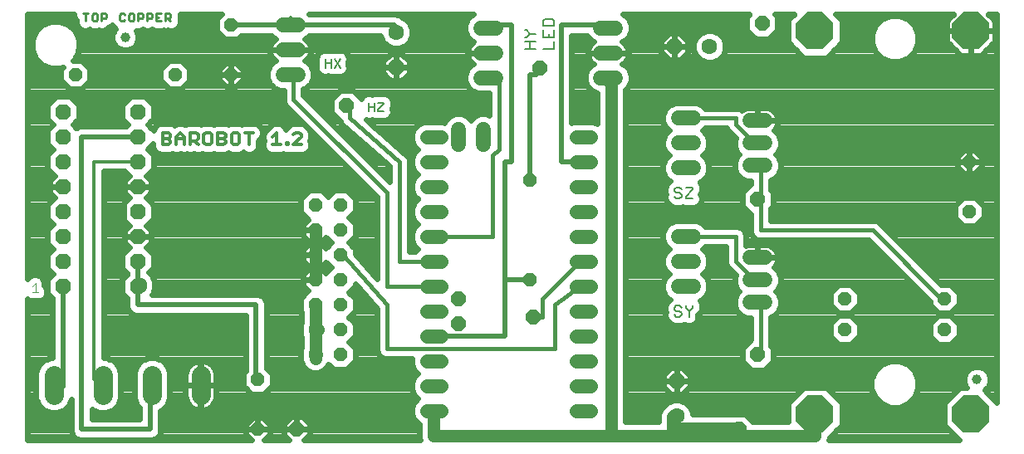
<source format=gtl>
G75*
G70*
%OFA0B0*%
%FSLAX24Y24*%
%IPPOS*%
%LPD*%
%AMOC8*
5,1,8,0,0,1.08239X$1,22.5*
%
%ADD10C,0.0050*%
%ADD11C,0.0060*%
%ADD12C,0.0100*%
%ADD13C,0.0120*%
%ADD14C,0.0030*%
%ADD15OC8,0.0560*%
%ADD16OC8,0.1500*%
%ADD17C,0.0600*%
%ADD18C,0.0394*%
%ADD19C,0.0780*%
%ADD20C,0.0560*%
%ADD21OC8,0.0630*%
%ADD22C,0.0630*%
%ADD23OC8,0.0600*%
%ADD24OC8,0.0520*%
%ADD25C,0.0200*%
%ADD26C,0.0240*%
%ADD27C,0.0500*%
%ADD28C,0.0150*%
D10*
X014247Y014442D02*
X014247Y014792D01*
X014247Y014617D02*
X014480Y014617D01*
X014480Y014792D02*
X014480Y014442D01*
X014615Y014442D02*
X014849Y014442D01*
X014615Y014442D02*
X014615Y014501D01*
X014849Y014734D01*
X014849Y014792D01*
X014615Y014792D01*
X013099Y016192D02*
X012865Y016542D01*
X012730Y016542D02*
X012730Y016192D01*
X012865Y016192D02*
X013099Y016542D01*
X012730Y016367D02*
X012497Y016367D01*
X012497Y016192D02*
X012497Y016542D01*
D11*
X020501Y016947D02*
X020942Y016947D01*
X020722Y016947D02*
X020722Y017241D01*
X020942Y017241D02*
X020501Y017241D01*
X020501Y017408D02*
X020575Y017408D01*
X020722Y017554D01*
X020942Y017554D01*
X020722Y017554D02*
X020575Y017701D01*
X020501Y017701D01*
X021251Y017701D02*
X021251Y017408D01*
X021692Y017408D01*
X021692Y017701D01*
X021692Y017868D02*
X021251Y017868D01*
X021251Y018088D01*
X021325Y018161D01*
X021618Y018161D01*
X021692Y018088D01*
X021692Y017868D01*
X021472Y017554D02*
X021472Y017408D01*
X021692Y017241D02*
X021692Y016947D01*
X021251Y016947D01*
X026575Y011388D02*
X026502Y011314D01*
X026502Y011241D01*
X026575Y011167D01*
X026722Y011167D01*
X026795Y011094D01*
X026795Y011021D01*
X026722Y010947D01*
X026575Y010947D01*
X026502Y011021D01*
X026962Y011021D02*
X026962Y010947D01*
X027256Y010947D01*
X026962Y011021D02*
X027256Y011314D01*
X027256Y011388D01*
X026962Y011388D01*
X026795Y011314D02*
X026722Y011388D01*
X026575Y011388D01*
X026575Y006638D02*
X026502Y006564D01*
X026502Y006491D01*
X026575Y006417D01*
X026722Y006417D01*
X026795Y006344D01*
X026795Y006271D01*
X026722Y006197D01*
X026575Y006197D01*
X026502Y006271D01*
X026795Y006564D02*
X026722Y006638D01*
X026575Y006638D01*
X026962Y006638D02*
X026962Y006564D01*
X027109Y006417D01*
X027109Y006197D01*
X027109Y006417D02*
X027256Y006564D01*
X027256Y006638D01*
D12*
X006291Y018067D02*
X006191Y018167D01*
X006241Y018167D02*
X006091Y018167D01*
X006091Y018067D02*
X006091Y018367D01*
X006241Y018367D01*
X006291Y018317D01*
X006291Y018217D01*
X006241Y018167D01*
X005923Y018067D02*
X005723Y018067D01*
X005723Y018367D01*
X005923Y018367D01*
X005823Y018217D02*
X005723Y018217D01*
X005554Y018217D02*
X005554Y018317D01*
X005504Y018367D01*
X005354Y018367D01*
X005354Y018067D01*
X005354Y018167D02*
X005504Y018167D01*
X005554Y018217D01*
X005186Y018217D02*
X005186Y018317D01*
X005136Y018367D01*
X004986Y018367D01*
X004986Y018067D01*
X004986Y018167D02*
X005136Y018167D01*
X005186Y018217D01*
X004818Y018117D02*
X004818Y018317D01*
X004768Y018367D01*
X004668Y018367D01*
X004618Y018317D01*
X004618Y018117D01*
X004668Y018067D01*
X004768Y018067D01*
X004818Y018117D01*
X004449Y018117D02*
X004399Y018067D01*
X004299Y018067D01*
X004249Y018117D01*
X004249Y018317D01*
X004299Y018367D01*
X004399Y018367D01*
X004449Y018317D01*
X003713Y018317D02*
X003713Y018217D01*
X003663Y018167D01*
X003513Y018167D01*
X003513Y018067D02*
X003513Y018367D01*
X003663Y018367D01*
X003713Y018317D01*
X003345Y018317D02*
X003345Y018117D01*
X003295Y018067D01*
X003194Y018067D01*
X003144Y018117D01*
X003144Y018317D01*
X003194Y018367D01*
X003295Y018367D01*
X003345Y018317D01*
X002976Y018367D02*
X002776Y018367D01*
X002876Y018367D02*
X002876Y018067D01*
D13*
X005969Y013583D02*
X006209Y013583D01*
X006289Y013502D01*
X006289Y013422D01*
X006209Y013342D01*
X005969Y013342D01*
X005969Y013102D02*
X006209Y013102D01*
X006289Y013182D01*
X006289Y013262D01*
X006209Y013342D01*
X006522Y013342D02*
X006842Y013342D01*
X006842Y013422D02*
X006842Y013102D01*
X007074Y013102D02*
X007074Y013583D01*
X007314Y013583D01*
X007394Y013502D01*
X007394Y013342D01*
X007314Y013262D01*
X007074Y013262D01*
X007234Y013262D02*
X007394Y013102D01*
X007626Y013182D02*
X007707Y013102D01*
X007867Y013102D01*
X007947Y013182D01*
X007947Y013502D01*
X007867Y013583D01*
X007707Y013583D01*
X007626Y013502D01*
X007626Y013182D01*
X008179Y013102D02*
X008419Y013102D01*
X008499Y013182D01*
X008499Y013262D01*
X008419Y013342D01*
X008179Y013342D01*
X008179Y013102D02*
X008179Y013583D01*
X008419Y013583D01*
X008499Y013502D01*
X008499Y013422D01*
X008419Y013342D01*
X008731Y013182D02*
X008811Y013102D01*
X008972Y013102D01*
X009052Y013182D01*
X009052Y013502D01*
X008972Y013583D01*
X008811Y013583D01*
X008731Y013502D01*
X008731Y013182D01*
X009284Y013583D02*
X009604Y013583D01*
X009444Y013583D02*
X009444Y013102D01*
X010389Y013102D02*
X010709Y013102D01*
X010549Y013102D02*
X010549Y013583D01*
X010389Y013422D01*
X010941Y013182D02*
X011021Y013182D01*
X011021Y013102D01*
X010941Y013102D01*
X010941Y013182D01*
X011217Y013102D02*
X011538Y013422D01*
X011538Y013502D01*
X011458Y013583D01*
X011297Y013583D01*
X011217Y013502D01*
X011217Y013102D02*
X011538Y013102D01*
X006842Y013422D02*
X006682Y013583D01*
X006522Y013422D01*
X006522Y013102D01*
X005969Y013102D02*
X005969Y013583D01*
X004972Y012417D02*
X003222Y012417D01*
X003222Y003667D01*
X003472Y003667D01*
X003472Y003443D01*
X003562Y003443D01*
X004472Y009417D02*
X004472Y011417D01*
X004972Y011417D01*
X004972Y009417D02*
X004472Y009417D01*
D14*
X000860Y007552D02*
X000737Y007429D01*
X000860Y007552D02*
X000860Y007182D01*
X000737Y007182D02*
X000984Y007182D01*
D15*
X012097Y007667D03*
X013097Y007667D03*
X013097Y006667D03*
X012097Y006667D03*
X012097Y005667D03*
X013097Y005667D03*
X013097Y004667D03*
X012097Y004667D03*
X012097Y008667D03*
X013097Y008667D03*
X013097Y009667D03*
X012097Y009667D03*
X012097Y010667D03*
X013097Y010667D03*
D16*
X032159Y017667D03*
X038409Y017667D03*
X038409Y002292D03*
X032159Y002292D03*
D17*
X030147Y006767D02*
X029547Y006767D01*
X029547Y007667D02*
X030147Y007667D01*
X030147Y008567D02*
X029547Y008567D01*
X027272Y008417D02*
X026672Y008417D01*
X026672Y007417D02*
X027272Y007417D01*
X027272Y009417D02*
X026672Y009417D01*
X026672Y012167D02*
X027272Y012167D01*
X027272Y013167D02*
X026672Y013167D01*
X026672Y014167D02*
X027272Y014167D01*
X029547Y014067D02*
X030147Y014067D01*
X030147Y013167D02*
X029547Y013167D01*
X029547Y012267D02*
X030147Y012267D01*
X024147Y015792D02*
X023547Y015792D01*
X023547Y016792D02*
X024147Y016792D01*
X024147Y017792D02*
X023547Y017792D01*
X019334Y017792D02*
X018734Y017792D01*
X018734Y016792D02*
X019334Y016792D01*
X019334Y015792D02*
X018734Y015792D01*
X018847Y013717D02*
X018847Y013117D01*
X017847Y013117D02*
X017847Y013717D01*
X011397Y015917D02*
X010797Y015917D01*
X010797Y016917D02*
X011397Y016917D01*
X011397Y017917D02*
X010797Y017917D01*
D18*
X004472Y017417D03*
X038659Y003667D03*
D19*
X007502Y003833D02*
X007502Y003053D01*
X005542Y003053D02*
X005542Y003833D01*
X003562Y003833D02*
X003562Y003053D01*
X001602Y003053D02*
X001602Y003833D01*
D20*
X016567Y003417D02*
X017127Y003417D01*
X017127Y002417D02*
X016567Y002417D01*
X016567Y004417D02*
X017127Y004417D01*
X017127Y005417D02*
X016567Y005417D01*
X016567Y006417D02*
X017127Y006417D01*
X017127Y007417D02*
X016567Y007417D01*
X016567Y008417D02*
X017127Y008417D01*
X017127Y009417D02*
X016567Y009417D01*
X016567Y010417D02*
X017127Y010417D01*
X017127Y011417D02*
X016567Y011417D01*
X016567Y012417D02*
X017127Y012417D01*
X017127Y013417D02*
X016567Y013417D01*
X022567Y013417D02*
X023127Y013417D01*
X023127Y012417D02*
X022567Y012417D01*
X022567Y011417D02*
X023127Y011417D01*
X023127Y010417D02*
X022567Y010417D01*
X022567Y009417D02*
X023127Y009417D01*
X023127Y008417D02*
X022567Y008417D01*
X022567Y007417D02*
X023127Y007417D01*
X023127Y006417D02*
X022567Y006417D01*
X022567Y005417D02*
X023127Y005417D01*
X023127Y004417D02*
X022567Y004417D01*
X022567Y003417D02*
X023127Y003417D01*
X023127Y002417D02*
X022567Y002417D01*
D21*
X026597Y003617D03*
X004972Y007417D03*
X004972Y008417D03*
X004972Y009417D03*
X004972Y010417D03*
X004972Y011417D03*
X004972Y012417D03*
X004972Y013417D03*
X004972Y014417D03*
X001972Y014417D03*
X001972Y013417D03*
X001972Y012417D03*
X001972Y011417D03*
X001972Y010417D03*
X001972Y009417D03*
X001972Y008417D03*
X001972Y007417D03*
X015347Y016217D03*
X026522Y017042D03*
D22*
X027922Y017042D03*
X015347Y017617D03*
X026597Y002217D03*
D23*
X029097Y001667D03*
X029847Y004667D03*
X020847Y006167D03*
X017847Y005917D03*
X017847Y006917D03*
X011347Y001667D03*
X029847Y010917D03*
X021097Y016167D03*
X013347Y014667D03*
X030034Y017980D03*
D24*
X038347Y012417D03*
X038347Y010417D03*
X037347Y006917D03*
X037347Y005667D03*
X033347Y005667D03*
X033347Y006917D03*
X020722Y007667D03*
X020722Y011667D03*
X008722Y015917D03*
X006472Y015917D03*
X002472Y015917D03*
X008722Y017917D03*
X009784Y003667D03*
X009784Y001667D03*
D25*
X009722Y003667D02*
X009784Y003667D01*
X009722Y003667D02*
X009722Y006667D01*
X004972Y006667D01*
X004972Y007417D01*
X004972Y008417D01*
X001972Y007417D02*
X001972Y003443D01*
X002722Y001667D02*
X002722Y013417D01*
X004972Y013417D01*
X008722Y017917D02*
X011097Y017917D01*
X015222Y017917D01*
X015222Y017717D01*
X015422Y017717D01*
X015422Y017617D01*
X015347Y017617D01*
X015272Y017917D02*
X015222Y017917D01*
X019034Y017917D02*
X019034Y017792D01*
X019034Y017917D02*
X019972Y017917D01*
X019972Y012417D01*
X019722Y012417D01*
X019722Y007667D01*
X020722Y007667D01*
X019722Y007667D02*
X019722Y005417D01*
X016847Y005417D01*
X016847Y005517D01*
X005542Y003443D02*
X005542Y003417D01*
X005472Y003417D01*
X005472Y001667D01*
X002722Y001667D01*
X020722Y011667D02*
X020722Y015917D01*
X020972Y015917D01*
X020972Y016167D01*
X021097Y016167D01*
X023847Y017792D02*
X023847Y017917D01*
X021972Y017917D01*
X021972Y012417D01*
X022847Y012417D01*
X011097Y017917D02*
X011097Y018167D01*
D26*
X000542Y006903D02*
X000542Y001237D01*
X009535Y001237D01*
X009304Y001468D01*
X009304Y001667D01*
X009784Y001667D01*
X009784Y001667D01*
X009304Y001667D01*
X009304Y001866D01*
X009585Y002147D01*
X009784Y002147D01*
X009784Y001668D01*
X009784Y001668D01*
X009784Y002147D01*
X009983Y002147D01*
X010264Y001866D01*
X010264Y001667D01*
X009785Y001667D01*
X009785Y001667D01*
X010264Y001667D01*
X010264Y001468D01*
X010033Y001237D01*
X011041Y001237D01*
X010827Y001452D01*
X010827Y001667D01*
X011346Y001667D01*
X011346Y001667D01*
X010827Y001667D01*
X010827Y001883D01*
X011131Y002187D01*
X011346Y002187D01*
X011346Y001668D01*
X011347Y001668D01*
X011347Y002187D01*
X011562Y002187D01*
X011867Y001883D01*
X011867Y001667D01*
X011347Y001667D01*
X011347Y001667D01*
X011867Y001667D01*
X011867Y001452D01*
X011652Y001237D01*
X016304Y001237D01*
X016277Y001304D01*
X016277Y001531D01*
X016277Y001888D01*
X016227Y001909D01*
X016058Y002077D01*
X015967Y002298D01*
X015967Y002536D01*
X016058Y002757D01*
X016218Y002917D01*
X016058Y003077D01*
X015967Y003298D01*
X015967Y003536D01*
X016058Y003757D01*
X016218Y003917D01*
X016058Y004077D01*
X015967Y004298D01*
X015967Y004522D01*
X015050Y004522D01*
X014893Y004522D01*
X014748Y004582D01*
X014637Y004693D01*
X014577Y004839D01*
X014577Y006519D01*
X013697Y007525D01*
X013697Y007419D01*
X013445Y007167D01*
X013697Y006916D01*
X013697Y006419D01*
X013445Y006167D01*
X013697Y005916D01*
X013697Y005419D01*
X013445Y005167D01*
X013697Y004916D01*
X013697Y004419D01*
X013345Y004067D01*
X012848Y004067D01*
X012621Y004294D01*
X012580Y004194D01*
X012420Y004034D01*
X012210Y003947D01*
X011983Y003947D01*
X011774Y004034D01*
X011614Y004194D01*
X011537Y004378D01*
X011497Y004419D01*
X011497Y004916D01*
X011527Y004946D01*
X011527Y005389D01*
X011497Y005419D01*
X011497Y005916D01*
X011527Y005946D01*
X011527Y006389D01*
X011497Y006419D01*
X011497Y006916D01*
X011608Y007027D01*
X011613Y007040D01*
X011774Y007200D01*
X011787Y007206D01*
X011819Y007238D01*
X011597Y007460D01*
X011597Y007667D01*
X012096Y007667D01*
X012096Y007667D01*
X011597Y007667D01*
X011597Y007874D01*
X011890Y008167D01*
X012096Y008167D01*
X012096Y007668D01*
X012097Y007668D01*
X012097Y008167D01*
X012304Y008167D01*
X012526Y007945D01*
X012748Y008167D01*
X012526Y008389D01*
X012304Y008167D01*
X012097Y008167D01*
X012097Y008667D01*
X012096Y008667D01*
X011597Y008667D01*
X011597Y008460D01*
X011890Y008167D01*
X012096Y008167D01*
X012096Y008667D01*
X012096Y008667D01*
X011597Y008667D01*
X011597Y008874D01*
X011890Y009167D01*
X012096Y009167D01*
X012096Y008668D01*
X012097Y008668D01*
X012097Y009167D01*
X012304Y009167D01*
X012526Y008945D01*
X012748Y009167D01*
X012526Y009389D01*
X012304Y009167D01*
X012097Y009167D01*
X012097Y009667D01*
X012096Y009667D01*
X011597Y009667D01*
X011597Y009460D01*
X011890Y009167D01*
X012096Y009167D01*
X012096Y009667D01*
X012096Y009667D01*
X011597Y009667D01*
X011597Y009874D01*
X011819Y010096D01*
X011497Y010419D01*
X011497Y010916D01*
X011848Y011267D01*
X012345Y011267D01*
X012597Y011016D01*
X012848Y011267D01*
X013345Y011267D01*
X013697Y010916D01*
X013697Y010419D01*
X013445Y010167D01*
X013697Y009916D01*
X013697Y009419D01*
X013445Y009167D01*
X013697Y008916D01*
X013697Y008724D01*
X014577Y007718D01*
X014577Y011004D01*
X010998Y014582D01*
X010887Y014693D01*
X010827Y014839D01*
X010827Y015297D01*
X010673Y015297D01*
X010446Y015392D01*
X010271Y015566D01*
X010177Y015794D01*
X010177Y016040D01*
X010271Y016268D01*
X010446Y016443D01*
X010522Y016474D01*
X010458Y016521D01*
X010400Y016578D01*
X010352Y016645D01*
X010315Y016718D01*
X010290Y016795D01*
X010277Y016876D01*
X010277Y016917D01*
X011096Y016917D01*
X011096Y016917D01*
X010277Y016917D01*
X010277Y016958D01*
X010290Y017039D01*
X010315Y017117D01*
X010352Y017190D01*
X010400Y017256D01*
X010458Y017314D01*
X010522Y017360D01*
X010446Y017392D01*
X010340Y017497D01*
X009122Y017497D01*
X008962Y017337D01*
X008481Y017337D01*
X008142Y017677D01*
X008142Y018157D01*
X008332Y018347D01*
X006661Y018347D01*
X006661Y018291D01*
X006661Y018144D01*
X006660Y018142D01*
X006661Y018141D01*
X006661Y017994D01*
X006605Y017858D01*
X006501Y017754D01*
X006365Y017697D01*
X006217Y017697D01*
X006191Y017708D01*
X006164Y017697D01*
X006017Y017697D01*
X006007Y017702D01*
X005996Y017697D01*
X005649Y017697D01*
X005538Y017743D01*
X005428Y017697D01*
X005281Y017697D01*
X005170Y017743D01*
X005060Y017697D01*
X004915Y017697D01*
X004989Y017520D01*
X004989Y017314D01*
X004910Y017124D01*
X004764Y016979D01*
X004575Y016900D01*
X004369Y016900D01*
X004179Y016979D01*
X004034Y017124D01*
X003955Y017314D01*
X003955Y017520D01*
X004034Y017710D01*
X004083Y017760D01*
X003936Y017908D01*
X003933Y017914D01*
X003872Y017854D01*
X003873Y017854D02*
X003990Y017854D01*
X003872Y017854D02*
X003787Y017818D01*
X003722Y017754D01*
X003586Y017697D01*
X003439Y017697D01*
X003404Y017712D01*
X003368Y017697D01*
X003221Y017697D01*
X003121Y017697D01*
X003035Y017733D01*
X002950Y017697D01*
X002803Y017697D01*
X002667Y017754D01*
X002563Y017858D01*
X002506Y017994D01*
X002506Y018114D01*
X002462Y018158D01*
X002406Y018294D01*
X002406Y018347D01*
X000542Y018347D01*
X000542Y007708D01*
X000670Y007836D01*
X000670Y007836D01*
X000670Y007836D01*
X000693Y007846D01*
X000793Y007887D01*
X000794Y007887D01*
X000927Y007887D01*
X000979Y007866D01*
X001050Y007836D01*
X001050Y007836D01*
X001050Y007836D01*
X001051Y007835D01*
X001144Y007742D01*
X001144Y007742D01*
X001144Y007742D01*
X001153Y007720D01*
X001195Y007619D01*
X001195Y007619D01*
X001195Y007444D01*
X001268Y007372D01*
X001319Y007249D01*
X001319Y007116D01*
X001268Y006992D01*
X001173Y006898D01*
X001050Y006847D01*
X000670Y006847D01*
X000547Y006898D01*
X000542Y006903D01*
X000542Y006881D02*
X000589Y006881D01*
X000542Y006642D02*
X001552Y006642D01*
X001552Y006881D02*
X001131Y006881D01*
X001319Y007119D02*
X001372Y007119D01*
X001337Y007154D02*
X001552Y006939D01*
X001552Y004543D01*
X001461Y004543D01*
X001200Y004435D01*
X001001Y004235D01*
X000892Y003974D01*
X000892Y002911D01*
X001001Y002651D01*
X001200Y002451D01*
X001461Y002343D01*
X001744Y002343D01*
X002005Y002451D01*
X002204Y002651D01*
X002302Y002886D01*
X002302Y001751D01*
X002302Y001584D01*
X002366Y001429D01*
X002484Y001311D01*
X002638Y001247D01*
X005388Y001247D01*
X005555Y001247D01*
X005710Y001311D01*
X005828Y001429D01*
X005892Y001584D01*
X005892Y002429D01*
X005945Y002451D01*
X006144Y002651D01*
X006252Y002911D01*
X006252Y003974D01*
X006144Y004235D01*
X005945Y004435D01*
X005684Y004543D01*
X005401Y004543D01*
X005140Y004435D01*
X004941Y004235D01*
X004832Y003974D01*
X004832Y002911D01*
X004941Y002651D01*
X005052Y002539D01*
X005052Y002087D01*
X003142Y002087D01*
X003142Y002469D01*
X003160Y002451D01*
X003421Y002343D01*
X003704Y002343D01*
X003965Y002451D01*
X004164Y002651D01*
X004272Y002911D01*
X004272Y003974D01*
X004164Y004235D01*
X003965Y004435D01*
X003704Y004543D01*
X003602Y004543D01*
X003602Y012037D01*
X004454Y012037D01*
X004644Y011846D01*
X004437Y011639D01*
X004437Y011417D01*
X004437Y011196D01*
X004644Y010988D01*
X004337Y010680D01*
X004337Y010154D01*
X004644Y009846D01*
X004437Y009639D01*
X004437Y009417D01*
X004437Y009196D01*
X004644Y008988D01*
X004337Y008680D01*
X004337Y008154D01*
X004552Y007939D01*
X004552Y007895D01*
X004337Y007680D01*
X004337Y007154D01*
X004552Y006939D01*
X004552Y006584D01*
X004616Y006429D01*
X004734Y006311D01*
X004888Y006247D01*
X005055Y006247D01*
X009302Y006247D01*
X009302Y004005D01*
X009204Y003907D01*
X009204Y003427D01*
X009544Y003087D01*
X010024Y003087D01*
X010364Y003427D01*
X010364Y003907D01*
X010142Y004130D01*
X010142Y006584D01*
X010142Y006751D01*
X010078Y006905D01*
X009960Y007023D01*
X009805Y007087D01*
X005548Y007087D01*
X005555Y007094D01*
X005561Y007108D01*
X005607Y007154D01*
X005607Y007219D01*
X005642Y007304D01*
X005642Y007531D01*
X005642Y007631D01*
X005555Y007840D01*
X005424Y007971D01*
X005607Y008154D01*
X005607Y008680D01*
X005299Y008988D01*
X005507Y009196D01*
X005507Y009417D01*
X004972Y009417D01*
X004972Y009417D01*
X005507Y009417D01*
X005507Y009639D01*
X005299Y009846D01*
X005607Y010154D01*
X005607Y010680D01*
X005299Y010988D01*
X005507Y011196D01*
X005507Y011417D01*
X004972Y011417D01*
X004972Y011417D01*
X005507Y011417D01*
X005507Y011639D01*
X005299Y011846D01*
X005607Y012154D01*
X005607Y012680D01*
X005370Y012917D01*
X005589Y013137D01*
X005589Y013027D01*
X005647Y012887D01*
X005754Y012780D01*
X005894Y012722D01*
X006045Y012722D01*
X006285Y012722D01*
X006365Y012756D01*
X006446Y012722D01*
X006597Y012722D01*
X006682Y012757D01*
X006766Y012722D01*
X006917Y012722D01*
X006958Y012739D01*
X006998Y012722D01*
X007150Y012722D01*
X007234Y012757D01*
X007319Y012722D01*
X007470Y012722D01*
X007550Y012756D01*
X007631Y012722D01*
X007791Y012722D01*
X007942Y012722D01*
X008023Y012756D01*
X008103Y012722D01*
X008495Y012722D01*
X008615Y012772D01*
X008736Y012722D01*
X008896Y012722D01*
X009047Y012722D01*
X009187Y012780D01*
X009208Y012801D01*
X009229Y012780D01*
X009368Y012722D01*
X009520Y012722D01*
X009659Y012780D01*
X009766Y012887D01*
X009824Y013027D01*
X009824Y013265D01*
X009926Y013367D01*
X009984Y013507D01*
X009984Y013658D01*
X009926Y013798D01*
X009819Y013905D01*
X009680Y013963D01*
X009208Y013963D01*
X009128Y013929D01*
X009111Y013936D01*
X009047Y013963D01*
X008896Y013963D01*
X008887Y013963D01*
X008736Y013963D01*
X008677Y013938D01*
X008615Y013913D01*
X008553Y013938D01*
X008495Y013963D01*
X008344Y013963D01*
X008103Y013963D01*
X008023Y013929D01*
X008006Y013936D01*
X007942Y013963D01*
X007791Y013963D01*
X007782Y013963D01*
X007631Y013963D01*
X007572Y013938D01*
X007510Y013913D01*
X007449Y013938D01*
X007390Y013963D01*
X007239Y013963D01*
X006998Y013963D01*
X006878Y013913D01*
X006875Y013914D01*
X006757Y013963D01*
X006606Y013963D01*
X006492Y013915D01*
X006466Y013905D01*
X006446Y013884D01*
X006426Y013903D01*
X006425Y013905D01*
X006344Y013938D01*
X006285Y013963D01*
X006134Y013963D01*
X005894Y013963D01*
X005754Y013905D01*
X005647Y013798D01*
X005601Y013686D01*
X005370Y013917D01*
X005607Y014154D01*
X005607Y014680D01*
X005235Y015052D01*
X004709Y015052D01*
X004337Y014680D01*
X004337Y014154D01*
X004574Y013917D01*
X004494Y013837D01*
X002638Y013837D01*
X002505Y013782D01*
X002370Y013917D01*
X002607Y014154D01*
X002607Y014680D01*
X002235Y015052D01*
X001709Y015052D01*
X001337Y014680D01*
X001337Y014154D01*
X001574Y013917D01*
X001337Y013680D01*
X001337Y013154D01*
X001574Y012917D01*
X001337Y012680D01*
X001337Y012154D01*
X001644Y011846D01*
X001437Y011639D01*
X001437Y011417D01*
X001437Y011196D01*
X001644Y010988D01*
X001337Y010680D01*
X001337Y010154D01*
X001574Y009917D01*
X001337Y009680D01*
X001337Y009154D01*
X001574Y008917D01*
X001337Y008680D01*
X001337Y008154D01*
X001574Y007917D01*
X001337Y007680D01*
X001337Y007154D01*
X001337Y007358D02*
X001273Y007358D01*
X001337Y007596D02*
X001195Y007596D01*
X001051Y007835D02*
X001491Y007835D01*
X001417Y008073D02*
X000542Y008073D01*
X000542Y007835D02*
X000669Y007835D01*
X000542Y008312D02*
X001337Y008312D01*
X001337Y008551D02*
X000542Y008551D01*
X000542Y008789D02*
X001446Y008789D01*
X001463Y009028D02*
X000542Y009028D01*
X000542Y009266D02*
X001337Y009266D01*
X001337Y009505D02*
X000542Y009505D01*
X000542Y009743D02*
X001400Y009743D01*
X001509Y009982D02*
X000542Y009982D01*
X000542Y010220D02*
X001337Y010220D01*
X001337Y010459D02*
X000542Y010459D01*
X000542Y010697D02*
X001354Y010697D01*
X001593Y010936D02*
X000542Y010936D01*
X000542Y011175D02*
X001458Y011175D01*
X001437Y011413D02*
X000542Y011413D01*
X000542Y011652D02*
X001450Y011652D01*
X001437Y011417D02*
X001971Y011417D01*
X001437Y011417D01*
X001971Y011417D02*
X001971Y011417D01*
X001601Y011890D02*
X000542Y011890D01*
X000542Y012129D02*
X001362Y012129D01*
X001337Y012367D02*
X000542Y012367D01*
X000542Y012606D02*
X001337Y012606D01*
X001501Y012844D02*
X000542Y012844D01*
X000542Y013083D02*
X001408Y013083D01*
X001337Y013321D02*
X000542Y013321D01*
X000542Y013560D02*
X001337Y013560D01*
X001455Y013799D02*
X000542Y013799D01*
X000542Y014037D02*
X001454Y014037D01*
X001337Y014276D02*
X000542Y014276D01*
X000542Y014514D02*
X001337Y014514D01*
X001409Y014753D02*
X000542Y014753D01*
X000542Y014991D02*
X001648Y014991D01*
X002296Y014991D02*
X004648Y014991D01*
X004409Y014753D02*
X002534Y014753D01*
X002607Y014514D02*
X004337Y014514D01*
X004337Y014276D02*
X002607Y014276D01*
X002490Y014037D02*
X004454Y014037D01*
X005490Y014037D02*
X011543Y014037D01*
X011533Y013963D02*
X011373Y013963D01*
X011222Y013963D01*
X011163Y013938D01*
X011082Y013905D01*
X011082Y013905D01*
X011081Y013903D01*
X010975Y013798D01*
X010975Y013798D01*
X010901Y013724D01*
X010871Y013798D01*
X010764Y013905D01*
X010624Y013963D01*
X010473Y013963D01*
X010417Y013939D01*
X010334Y013905D01*
X010227Y013798D01*
X010227Y013798D01*
X010067Y013638D01*
X010009Y013498D01*
X010009Y013347D01*
X010044Y013262D01*
X010009Y013178D01*
X010009Y013027D01*
X010067Y012887D01*
X010173Y012780D01*
X010313Y012722D01*
X010785Y012722D01*
X010825Y012739D01*
X010866Y012722D01*
X011097Y012722D01*
X011119Y012731D01*
X011142Y012722D01*
X011293Y012722D01*
X011613Y012722D01*
X011753Y012780D01*
X011860Y012887D01*
X011918Y013027D01*
X011918Y013178D01*
X011883Y013262D01*
X011918Y013347D01*
X011918Y013427D01*
X011918Y013578D01*
X011867Y013699D01*
X011860Y013718D01*
X011780Y013798D01*
X011673Y013905D01*
X011590Y013939D01*
X011533Y013963D01*
X011533Y013963D01*
X011779Y013799D02*
X011782Y013799D01*
X011780Y013798D02*
X011780Y013798D01*
X011860Y013718D02*
X011860Y013718D01*
X011860Y013718D01*
X011918Y013578D02*
X011918Y013578D01*
X011918Y013560D02*
X012020Y013560D01*
X011907Y013321D02*
X012259Y013321D01*
X012497Y013083D02*
X011918Y013083D01*
X011817Y012844D02*
X012736Y012844D01*
X012974Y012606D02*
X005607Y012606D01*
X005607Y012367D02*
X013213Y012367D01*
X013452Y012129D02*
X005581Y012129D01*
X005343Y011890D02*
X013690Y011890D01*
X013929Y011652D02*
X005494Y011652D01*
X005507Y011413D02*
X014167Y011413D01*
X014406Y011175D02*
X013438Y011175D01*
X013676Y010936D02*
X014577Y010936D01*
X014577Y010697D02*
X013697Y010697D01*
X013697Y010459D02*
X014577Y010459D01*
X014577Y010220D02*
X013498Y010220D01*
X013631Y009982D02*
X014577Y009982D01*
X014577Y009743D02*
X013697Y009743D01*
X013697Y009505D02*
X014577Y009505D01*
X014577Y009266D02*
X013544Y009266D01*
X013585Y009028D02*
X014577Y009028D01*
X014577Y008789D02*
X013697Y008789D01*
X013849Y008551D02*
X014577Y008551D01*
X014577Y008312D02*
X014057Y008312D01*
X014266Y008073D02*
X014577Y008073D01*
X014577Y007835D02*
X014475Y007835D01*
X013843Y007358D02*
X013636Y007358D01*
X013493Y007119D02*
X014051Y007119D01*
X014260Y006881D02*
X013697Y006881D01*
X013697Y006642D02*
X014469Y006642D01*
X014577Y006404D02*
X013682Y006404D01*
X013447Y006165D02*
X014577Y006165D01*
X014577Y005927D02*
X013686Y005927D01*
X013697Y005688D02*
X014577Y005688D01*
X014577Y005449D02*
X013697Y005449D01*
X013489Y005211D02*
X014577Y005211D01*
X014577Y004972D02*
X013640Y004972D01*
X013697Y004734D02*
X014620Y004734D01*
X013697Y004495D02*
X015967Y004495D01*
X015984Y004257D02*
X013535Y004257D01*
X012659Y004257D02*
X012606Y004257D01*
X012382Y004018D02*
X016117Y004018D01*
X016081Y003780D02*
X010364Y003780D01*
X010364Y003541D02*
X015969Y003541D01*
X015967Y003303D02*
X010240Y003303D01*
X009329Y003303D02*
X008112Y003303D01*
X008112Y003433D02*
X008112Y003005D01*
X008097Y002910D01*
X008068Y002819D01*
X008024Y002733D01*
X007968Y002655D01*
X007900Y002587D01*
X007822Y002531D01*
X007737Y002487D01*
X007645Y002458D01*
X007550Y002443D01*
X007512Y002443D01*
X007512Y003432D01*
X007492Y003432D01*
X007492Y002443D01*
X007454Y002443D01*
X007360Y002458D01*
X007268Y002487D01*
X007183Y002531D01*
X007105Y002587D01*
X007037Y002655D01*
X006981Y002733D01*
X006937Y002819D01*
X006907Y002910D01*
X006892Y003005D01*
X006892Y003433D01*
X007492Y003433D01*
X007492Y003453D01*
X006892Y003453D01*
X006892Y003881D01*
X006907Y003976D01*
X006937Y004067D01*
X006981Y004152D01*
X007037Y004230D01*
X007105Y004298D01*
X007183Y004354D01*
X007268Y004398D01*
X007360Y004428D01*
X007454Y004443D01*
X007492Y004443D01*
X007492Y003453D01*
X007512Y003453D01*
X007512Y004443D01*
X007550Y004443D01*
X007645Y004428D01*
X007737Y004398D01*
X007822Y004354D01*
X007900Y004298D01*
X007968Y004230D01*
X008024Y004152D01*
X008068Y004067D01*
X008097Y003976D01*
X008112Y003881D01*
X008112Y003453D01*
X007513Y003453D01*
X007513Y003433D01*
X008112Y003433D01*
X008112Y003541D02*
X009204Y003541D01*
X009204Y003780D02*
X008112Y003780D01*
X008084Y004018D02*
X009302Y004018D01*
X009302Y004257D02*
X007941Y004257D01*
X007512Y004257D02*
X007492Y004257D01*
X007492Y004018D02*
X007512Y004018D01*
X007492Y003780D02*
X007512Y003780D01*
X007492Y003541D02*
X007512Y003541D01*
X006892Y003541D02*
X006252Y003541D01*
X006252Y003780D02*
X006892Y003780D01*
X006921Y004018D02*
X006234Y004018D01*
X006122Y004257D02*
X007064Y004257D01*
X005798Y004495D02*
X009302Y004495D01*
X009302Y004734D02*
X003602Y004734D01*
X003602Y004972D02*
X009302Y004972D01*
X009302Y005211D02*
X003602Y005211D01*
X003602Y005449D02*
X009302Y005449D01*
X009302Y005688D02*
X003602Y005688D01*
X003602Y005927D02*
X009302Y005927D01*
X009302Y006165D02*
X003602Y006165D01*
X003602Y006404D02*
X004641Y006404D01*
X004552Y006642D02*
X003602Y006642D01*
X003602Y006881D02*
X004552Y006881D01*
X004372Y007119D02*
X003602Y007119D01*
X003602Y007358D02*
X004337Y007358D01*
X004337Y007596D02*
X003602Y007596D01*
X003602Y007835D02*
X004492Y007835D01*
X004417Y008073D02*
X003602Y008073D01*
X003602Y008312D02*
X004337Y008312D01*
X004337Y008551D02*
X003602Y008551D01*
X003602Y008789D02*
X004446Y008789D01*
X004605Y009028D02*
X003602Y009028D01*
X003602Y009266D02*
X004437Y009266D01*
X004437Y009417D02*
X004971Y009417D01*
X004971Y009417D01*
X004437Y009417D01*
X004437Y009505D02*
X003602Y009505D01*
X003602Y009743D02*
X004541Y009743D01*
X004509Y009982D02*
X003602Y009982D01*
X003602Y010220D02*
X004337Y010220D01*
X004337Y010459D02*
X003602Y010459D01*
X003602Y010697D02*
X004354Y010697D01*
X004593Y010936D02*
X003602Y010936D01*
X003602Y011175D02*
X004458Y011175D01*
X004437Y011413D02*
X003602Y011413D01*
X003602Y011652D02*
X004450Y011652D01*
X004437Y011417D02*
X004971Y011417D01*
X004437Y011417D01*
X004971Y011417D02*
X004971Y011417D01*
X005486Y011175D02*
X011756Y011175D01*
X011517Y010936D02*
X005351Y010936D01*
X005589Y010697D02*
X011497Y010697D01*
X011497Y010459D02*
X005607Y010459D01*
X005607Y010220D02*
X011695Y010220D01*
X011704Y009982D02*
X005434Y009982D01*
X005402Y009743D02*
X011597Y009743D01*
X011597Y009505D02*
X005507Y009505D01*
X005507Y009266D02*
X011791Y009266D01*
X011750Y009028D02*
X005339Y009028D01*
X005498Y008789D02*
X011597Y008789D01*
X011597Y008551D02*
X005607Y008551D01*
X005607Y008312D02*
X011745Y008312D01*
X011796Y008073D02*
X005526Y008073D01*
X005557Y007835D02*
X011597Y007835D01*
X011597Y007596D02*
X005642Y007596D01*
X005642Y007358D02*
X011699Y007358D01*
X011693Y007119D02*
X005572Y007119D01*
X001552Y006404D02*
X000542Y006404D01*
X000542Y006165D02*
X001552Y006165D01*
X001552Y005927D02*
X000542Y005927D01*
X000542Y005688D02*
X001552Y005688D01*
X001552Y005449D02*
X000542Y005449D01*
X000542Y005211D02*
X001552Y005211D01*
X001552Y004972D02*
X000542Y004972D01*
X000542Y004734D02*
X001552Y004734D01*
X001347Y004495D02*
X000542Y004495D01*
X000542Y004257D02*
X001022Y004257D01*
X000911Y004018D02*
X000542Y004018D01*
X000542Y003780D02*
X000892Y003780D01*
X000892Y003541D02*
X000542Y003541D01*
X000542Y003303D02*
X000892Y003303D01*
X000892Y003064D02*
X000542Y003064D01*
X000542Y002826D02*
X000928Y002826D01*
X001064Y002587D02*
X000542Y002587D01*
X000542Y002348D02*
X001447Y002348D01*
X001757Y002348D02*
X002302Y002348D01*
X002302Y002587D02*
X002141Y002587D01*
X002277Y002826D02*
X002302Y002826D01*
X003142Y002348D02*
X003407Y002348D01*
X003717Y002348D02*
X005052Y002348D01*
X005004Y002587D02*
X004101Y002587D01*
X004237Y002826D02*
X004868Y002826D01*
X004832Y003064D02*
X004272Y003064D01*
X004272Y003303D02*
X004832Y003303D01*
X004832Y003541D02*
X004272Y003541D01*
X004272Y003780D02*
X004832Y003780D01*
X004851Y004018D02*
X004254Y004018D01*
X004142Y004257D02*
X004962Y004257D01*
X005287Y004495D02*
X003818Y004495D01*
X006252Y003303D02*
X006892Y003303D01*
X006892Y003064D02*
X006252Y003064D01*
X006217Y002826D02*
X006935Y002826D01*
X007106Y002587D02*
X006081Y002587D01*
X005892Y002348D02*
X015967Y002348D01*
X015988Y002587D02*
X007899Y002587D01*
X008070Y002826D02*
X016127Y002826D01*
X016071Y003064D02*
X008112Y003064D01*
X007512Y003064D02*
X007492Y003064D01*
X007492Y002826D02*
X007512Y002826D01*
X007492Y002587D02*
X007512Y002587D01*
X007492Y003303D02*
X007512Y003303D01*
X005892Y002110D02*
X009548Y002110D01*
X009784Y002110D02*
X009784Y002110D01*
X010020Y002110D02*
X011054Y002110D01*
X011346Y002110D02*
X011347Y002110D01*
X011346Y001871D02*
X011347Y001871D01*
X011639Y002110D02*
X016045Y002110D01*
X016277Y001871D02*
X011867Y001871D01*
X011867Y001633D02*
X016277Y001633D01*
X016277Y001394D02*
X011809Y001394D01*
X010884Y001394D02*
X010190Y001394D01*
X010264Y001633D02*
X010827Y001633D01*
X010827Y001871D02*
X010259Y001871D01*
X009784Y001871D02*
X009784Y001871D01*
X009310Y001871D02*
X005892Y001871D01*
X005892Y001633D02*
X009304Y001633D01*
X009378Y001394D02*
X005793Y001394D01*
X005052Y002110D02*
X003142Y002110D01*
X002302Y002110D02*
X000542Y002110D01*
X000542Y001871D02*
X002302Y001871D01*
X002302Y001633D02*
X000542Y001633D01*
X000542Y001394D02*
X002401Y001394D01*
X010142Y004257D02*
X011588Y004257D01*
X011812Y004018D02*
X010253Y004018D01*
X010142Y004495D02*
X011497Y004495D01*
X011497Y004734D02*
X010142Y004734D01*
X010142Y004972D02*
X011527Y004972D01*
X011527Y005211D02*
X010142Y005211D01*
X010142Y005449D02*
X011497Y005449D01*
X011497Y005688D02*
X010142Y005688D01*
X010142Y005927D02*
X011508Y005927D01*
X011527Y006165D02*
X010142Y006165D01*
X010142Y006404D02*
X011512Y006404D01*
X011497Y006642D02*
X010142Y006642D01*
X010088Y006881D02*
X011497Y006881D01*
X012096Y007835D02*
X012097Y007835D01*
X012096Y008073D02*
X012097Y008073D01*
X012096Y008312D02*
X012097Y008312D01*
X012096Y008551D02*
X012097Y008551D01*
X012449Y008312D02*
X012603Y008312D01*
X012654Y008073D02*
X012397Y008073D01*
X012096Y008789D02*
X012097Y008789D01*
X012096Y009028D02*
X012097Y009028D01*
X012096Y009266D02*
X012097Y009266D01*
X012096Y009505D02*
X012097Y009505D01*
X012403Y009266D02*
X012649Y009266D01*
X012609Y009028D02*
X012443Y009028D01*
X015867Y009028D02*
X016108Y009028D01*
X016058Y009077D02*
X016218Y008917D01*
X016113Y008812D01*
X015867Y008812D01*
X015867Y012352D01*
X015871Y012365D01*
X015867Y012430D01*
X015867Y012496D01*
X015861Y012508D01*
X015861Y012522D01*
X015832Y012580D01*
X015807Y012641D01*
X015797Y012651D01*
X015791Y012663D01*
X015742Y012706D01*
X015695Y012752D01*
X015683Y012757D01*
X014128Y014118D01*
X014178Y014097D01*
X014315Y014097D01*
X014363Y014117D01*
X014412Y014097D01*
X014546Y014097D01*
X014917Y014097D01*
X015044Y014150D01*
X015141Y014247D01*
X015194Y014374D01*
X015194Y014511D01*
X015161Y014588D01*
X015194Y014665D01*
X015194Y014665D01*
X015194Y014803D01*
X015194Y014861D01*
X015141Y014988D01*
X015044Y015085D01*
X014917Y015137D01*
X014780Y015137D01*
X014546Y015137D01*
X014412Y015137D01*
X014363Y015117D01*
X014315Y015137D01*
X014178Y015137D01*
X014051Y015085D01*
X013954Y014988D01*
X013939Y014951D01*
X013603Y015287D01*
X013090Y015287D01*
X012727Y014924D01*
X012727Y014410D01*
X013090Y014047D01*
X013090Y014047D01*
X013112Y014004D01*
X013137Y013943D01*
X013146Y013934D01*
X013152Y013922D01*
X013202Y013879D01*
X013248Y013832D01*
X013261Y013827D01*
X015077Y012238D01*
X015077Y011621D01*
X011617Y015081D01*
X011617Y015337D01*
X011748Y015392D01*
X011922Y015566D01*
X012017Y015794D01*
X012017Y016040D01*
X011922Y016268D01*
X011748Y016443D01*
X011672Y016474D01*
X011735Y016521D01*
X011793Y016578D01*
X011841Y016645D01*
X011879Y016718D01*
X011904Y016795D01*
X011917Y016876D01*
X011917Y016917D01*
X011097Y016917D01*
X011097Y016917D01*
X011917Y016917D01*
X011917Y016958D01*
X011904Y017039D01*
X011879Y017117D01*
X011841Y017190D01*
X011793Y017256D01*
X011735Y017314D01*
X011672Y017360D01*
X011748Y017392D01*
X011854Y017497D01*
X014712Y017497D01*
X014712Y017491D01*
X014808Y017257D01*
X014987Y017079D01*
X015220Y016982D01*
X015473Y016982D01*
X015706Y017079D01*
X015885Y017257D01*
X015982Y017491D01*
X015982Y017743D01*
X015885Y017977D01*
X015706Y018155D01*
X015571Y018211D01*
X015510Y018273D01*
X015355Y018337D01*
X015138Y018337D01*
X011854Y018337D01*
X011843Y018347D01*
X018454Y018347D01*
X018383Y018318D01*
X018209Y018143D01*
X018114Y017915D01*
X018114Y017669D01*
X018209Y017441D01*
X018383Y017267D01*
X018459Y017235D01*
X018395Y017189D01*
X018338Y017131D01*
X018289Y017065D01*
X018252Y016992D01*
X018227Y016914D01*
X018214Y016833D01*
X018214Y016792D01*
X018214Y016751D01*
X018227Y016670D01*
X018252Y016593D01*
X018289Y016520D01*
X018338Y016453D01*
X018395Y016396D01*
X018459Y016349D01*
X018383Y016318D01*
X018209Y016143D01*
X018114Y015915D01*
X018114Y015669D01*
X018209Y015441D01*
X018383Y015267D01*
X018611Y015172D01*
X019077Y015172D01*
X019077Y014293D01*
X018970Y014337D01*
X018723Y014337D01*
X018495Y014243D01*
X018347Y014094D01*
X018198Y014243D01*
X017970Y014337D01*
X017723Y014337D01*
X017495Y014243D01*
X017321Y014068D01*
X017292Y013998D01*
X017246Y014017D01*
X016447Y014017D01*
X016227Y013926D01*
X016058Y013757D01*
X015967Y013536D01*
X015967Y013298D01*
X016058Y013077D01*
X016218Y012917D01*
X016058Y012757D01*
X015967Y012536D01*
X015967Y012298D01*
X016058Y012077D01*
X016218Y011917D01*
X016058Y011757D01*
X015967Y011536D01*
X015967Y011298D01*
X016058Y011077D01*
X016218Y010917D01*
X016058Y010757D01*
X015967Y010536D01*
X015967Y010298D01*
X016058Y010077D01*
X016218Y009917D01*
X016058Y009757D01*
X015967Y009536D01*
X015967Y009298D01*
X016058Y009077D01*
X015980Y009266D02*
X015867Y009266D01*
X015867Y009505D02*
X015967Y009505D01*
X016052Y009743D02*
X015867Y009743D01*
X015867Y009982D02*
X016154Y009982D01*
X015999Y010220D02*
X015867Y010220D01*
X015867Y010459D02*
X015967Y010459D01*
X016033Y010697D02*
X015867Y010697D01*
X015867Y010936D02*
X016199Y010936D01*
X016018Y011175D02*
X015867Y011175D01*
X015867Y011413D02*
X015967Y011413D01*
X016014Y011652D02*
X015867Y011652D01*
X015867Y011890D02*
X016191Y011890D01*
X016037Y012129D02*
X015867Y012129D01*
X015871Y012367D02*
X015967Y012367D01*
X015995Y012606D02*
X015821Y012606D01*
X015583Y012844D02*
X016145Y012844D01*
X016056Y013083D02*
X015311Y013083D01*
X015038Y013321D02*
X015967Y013321D01*
X015976Y013560D02*
X014765Y013560D01*
X014493Y013799D02*
X016100Y013799D01*
X015153Y014276D02*
X017575Y014276D01*
X017308Y014037D02*
X014220Y014037D01*
X013293Y013799D02*
X012899Y013799D01*
X013138Y013560D02*
X013566Y013560D01*
X013376Y013321D02*
X013838Y013321D01*
X013615Y013083D02*
X014111Y013083D01*
X013853Y012844D02*
X014384Y012844D01*
X014656Y012606D02*
X014092Y012606D01*
X014330Y012367D02*
X014929Y012367D01*
X015077Y012129D02*
X014569Y012129D01*
X014807Y011890D02*
X015077Y011890D01*
X015077Y011652D02*
X015046Y011652D01*
X012756Y011175D02*
X012438Y011175D01*
X010109Y012844D02*
X009724Y012844D01*
X009824Y013083D02*
X010009Y013083D01*
X010019Y013321D02*
X009880Y013321D01*
X009984Y013560D02*
X010034Y013560D01*
X009925Y013799D02*
X010227Y013799D01*
X010473Y013963D02*
X010473Y013963D01*
X010870Y013799D02*
X010976Y013799D01*
X011305Y014276D02*
X005607Y014276D01*
X005607Y014514D02*
X011066Y014514D01*
X010862Y014753D02*
X005534Y014753D01*
X005296Y014991D02*
X010827Y014991D01*
X010827Y015230D02*
X000542Y015230D01*
X000542Y015468D02*
X002100Y015468D01*
X002231Y015337D02*
X001892Y015677D01*
X001892Y016157D01*
X001967Y016232D01*
X001857Y016187D01*
X001486Y016187D01*
X001145Y016328D01*
X000883Y016590D01*
X000741Y016932D01*
X000741Y017302D01*
X000883Y017644D01*
X001145Y017906D01*
X001486Y018047D01*
X001857Y018047D01*
X002198Y017906D01*
X002460Y017644D01*
X002602Y017302D01*
X002602Y016932D01*
X002460Y016590D01*
X002367Y016497D01*
X002712Y016497D01*
X003052Y016157D01*
X003052Y015677D01*
X002712Y015337D01*
X002231Y015337D01*
X001892Y015707D02*
X000542Y015707D01*
X000542Y015945D02*
X001892Y015945D01*
X001918Y016184D02*
X000542Y016184D01*
X000542Y016422D02*
X001050Y016422D01*
X000853Y016661D02*
X000542Y016661D01*
X000542Y016900D02*
X000755Y016900D01*
X000741Y017138D02*
X000542Y017138D01*
X000542Y017377D02*
X000772Y017377D01*
X000871Y017615D02*
X000542Y017615D01*
X000542Y017854D02*
X001093Y017854D01*
X000542Y018092D02*
X002506Y018092D01*
X002566Y017854D02*
X002250Y017854D01*
X002472Y017615D02*
X003994Y017615D01*
X003955Y017377D02*
X002571Y017377D01*
X002602Y017138D02*
X004028Y017138D01*
X004916Y017138D02*
X010326Y017138D01*
X010481Y017377D02*
X009001Y017377D01*
X008442Y017377D02*
X004989Y017377D01*
X004949Y017615D02*
X008203Y017615D01*
X008142Y017854D02*
X006601Y017854D01*
X006661Y018092D02*
X008142Y018092D01*
X008315Y018331D02*
X006661Y018331D01*
X010277Y016900D02*
X002588Y016900D01*
X002490Y016661D02*
X010344Y016661D01*
X010425Y016422D02*
X006787Y016422D01*
X006712Y016497D02*
X006231Y016497D01*
X005892Y016157D01*
X005892Y015677D01*
X006231Y015337D01*
X006712Y015337D01*
X007052Y015677D01*
X007052Y016157D01*
X006712Y016497D01*
X007025Y016184D02*
X008310Y016184D01*
X008242Y016116D02*
X008242Y015917D01*
X008242Y015718D01*
X008523Y015437D01*
X008721Y015437D01*
X008721Y015917D01*
X008242Y015917D01*
X008721Y015917D01*
X008721Y015917D01*
X008722Y015917D01*
X008722Y015917D01*
X009202Y015917D01*
X009202Y015718D01*
X008921Y015437D01*
X008722Y015437D01*
X008722Y015917D01*
X009202Y015917D01*
X009202Y016116D01*
X008921Y016397D01*
X008722Y016397D01*
X008722Y015918D01*
X008721Y015918D01*
X008721Y016397D01*
X008523Y016397D01*
X008242Y016116D01*
X008242Y015945D02*
X007052Y015945D01*
X007052Y015707D02*
X008253Y015707D01*
X008492Y015468D02*
X006843Y015468D01*
X006100Y015468D02*
X002843Y015468D01*
X003052Y015707D02*
X005892Y015707D01*
X005892Y015945D02*
X003052Y015945D01*
X003025Y016184D02*
X005918Y016184D01*
X006157Y016422D02*
X002787Y016422D01*
X002406Y018331D02*
X000542Y018331D01*
X008721Y016184D02*
X008722Y016184D01*
X009134Y016184D02*
X010236Y016184D01*
X010177Y015945D02*
X009202Y015945D01*
X009190Y015707D02*
X010213Y015707D01*
X010369Y015468D02*
X008952Y015468D01*
X008722Y015468D02*
X008721Y015468D01*
X008721Y015707D02*
X008722Y015707D01*
X008721Y015945D02*
X008722Y015945D01*
X011617Y015230D02*
X013033Y015230D01*
X012794Y014991D02*
X011706Y014991D01*
X011945Y014753D02*
X012727Y014753D01*
X012727Y014514D02*
X012183Y014514D01*
X012422Y014276D02*
X012861Y014276D01*
X012660Y014037D02*
X013095Y014037D01*
X013899Y014991D02*
X013958Y014991D01*
X013661Y015230D02*
X018472Y015230D01*
X018197Y015468D02*
X011825Y015468D01*
X011981Y015707D02*
X015100Y015707D01*
X015125Y015682D02*
X014812Y015996D01*
X014812Y016217D01*
X015346Y016217D01*
X015346Y016217D01*
X014812Y016217D01*
X014812Y016439D01*
X015125Y016752D01*
X015346Y016752D01*
X015346Y016218D01*
X015347Y016218D01*
X015347Y016752D01*
X015568Y016752D01*
X015882Y016439D01*
X015882Y016217D01*
X015347Y016217D01*
X015347Y016217D01*
X015882Y016217D01*
X015882Y015996D01*
X015568Y015682D01*
X015347Y015682D01*
X015347Y016217D01*
X015346Y016217D01*
X015346Y015682D01*
X015125Y015682D01*
X015346Y015707D02*
X015347Y015707D01*
X015346Y015945D02*
X015347Y015945D01*
X015593Y015707D02*
X018114Y015707D01*
X018127Y015945D02*
X015831Y015945D01*
X015882Y016184D02*
X018249Y016184D01*
X018368Y016422D02*
X015882Y016422D01*
X015659Y016661D02*
X018230Y016661D01*
X018214Y016792D02*
X019034Y016792D01*
X019034Y016792D01*
X018214Y016792D01*
X018225Y016900D02*
X011917Y016900D01*
X011850Y016661D02*
X012172Y016661D01*
X012152Y016611D02*
X012204Y016738D01*
X012301Y016835D01*
X012428Y016887D01*
X012565Y016887D01*
X012613Y016867D01*
X012662Y016887D01*
X012799Y016887D01*
X012809Y016883D01*
X012865Y016894D01*
X012982Y016871D01*
X013098Y016894D01*
X013233Y016868D01*
X013347Y016791D01*
X013423Y016677D01*
X013450Y016543D01*
X013424Y016408D01*
X013396Y016367D01*
X013424Y016326D01*
X013450Y016192D01*
X013423Y016057D01*
X013347Y015943D01*
X013233Y015867D01*
X013098Y015840D01*
X012982Y015864D01*
X012865Y015840D01*
X012809Y015852D01*
X012799Y015847D01*
X012662Y015847D01*
X012613Y015867D01*
X012565Y015847D01*
X012428Y015847D01*
X012301Y015900D01*
X012204Y015997D01*
X012152Y016124D01*
X012152Y016299D01*
X012152Y016436D01*
X012152Y016611D01*
X012152Y016422D02*
X011768Y016422D01*
X011957Y016184D02*
X012152Y016184D01*
X012256Y015945D02*
X012017Y015945D01*
X013348Y015945D02*
X014862Y015945D01*
X014812Y016184D02*
X013449Y016184D01*
X013426Y016422D02*
X014812Y016422D01*
X015034Y016661D02*
X013427Y016661D01*
X014759Y017377D02*
X011712Y017377D01*
X011868Y017138D02*
X014928Y017138D01*
X015766Y017138D02*
X018345Y017138D01*
X018273Y017377D02*
X015934Y017377D01*
X015982Y017615D02*
X018136Y017615D01*
X018114Y017854D02*
X015936Y017854D01*
X015770Y018092D02*
X018187Y018092D01*
X018415Y018331D02*
X015371Y018331D01*
X015346Y016661D02*
X015347Y016661D01*
X015346Y016422D02*
X015347Y016422D01*
X015346Y016184D02*
X015347Y016184D01*
X015138Y014991D02*
X019077Y014991D01*
X019077Y014753D02*
X015194Y014753D01*
X015192Y014514D02*
X019077Y014514D01*
X018575Y014276D02*
X018119Y014276D01*
X022392Y014276D02*
X023402Y014276D01*
X023402Y014514D02*
X022392Y014514D01*
X022392Y014753D02*
X023402Y014753D01*
X023402Y014991D02*
X022392Y014991D01*
X022392Y015230D02*
X023284Y015230D01*
X023196Y015267D02*
X023021Y015441D01*
X022927Y015669D01*
X022927Y015915D01*
X023021Y016143D01*
X023196Y016318D01*
X023272Y016349D01*
X023208Y016396D01*
X023150Y016453D01*
X023102Y016520D01*
X023065Y016593D01*
X023040Y016670D01*
X023027Y016751D01*
X023027Y016792D01*
X023846Y016792D01*
X023846Y016792D01*
X023027Y016792D01*
X023027Y016833D01*
X023040Y016914D01*
X023065Y016992D01*
X023102Y017065D01*
X023150Y017131D01*
X023208Y017189D01*
X023272Y017235D01*
X023196Y017267D01*
X023021Y017441D01*
X022998Y017497D01*
X022392Y017497D01*
X022392Y013994D01*
X022447Y014017D01*
X023246Y014017D01*
X023402Y013953D01*
X023402Y015181D01*
X023196Y015267D01*
X023010Y015468D02*
X022392Y015468D01*
X022392Y015707D02*
X022927Y015707D01*
X022939Y015945D02*
X022392Y015945D01*
X022392Y016184D02*
X023062Y016184D01*
X023181Y016422D02*
X022392Y016422D01*
X022392Y016661D02*
X023043Y016661D01*
X023037Y016900D02*
X022392Y016900D01*
X022392Y017138D02*
X023157Y017138D01*
X023085Y017377D02*
X022392Y017377D01*
X023847Y016792D02*
X024667Y016792D01*
X023847Y016792D01*
X023847Y016792D01*
X024422Y016349D02*
X024486Y016396D01*
X024543Y016453D01*
X024591Y016520D01*
X024629Y016593D01*
X024654Y016670D01*
X024667Y016751D01*
X024667Y016792D01*
X024667Y016833D01*
X024654Y016914D01*
X024629Y016992D01*
X024591Y017065D01*
X024543Y017131D01*
X024486Y017189D01*
X024422Y017235D01*
X024498Y017267D01*
X024672Y017441D01*
X024767Y017669D01*
X024767Y017915D01*
X024672Y018143D01*
X024498Y018318D01*
X024427Y018347D01*
X029525Y018347D01*
X029414Y018236D01*
X029414Y017723D01*
X029777Y017360D01*
X030291Y017360D01*
X030654Y017723D01*
X030654Y018236D01*
X030543Y018347D01*
X031326Y018347D01*
X031089Y018110D01*
X031089Y017224D01*
X031716Y016597D01*
X032602Y016597D01*
X033229Y017224D01*
X033229Y018110D01*
X032992Y018347D01*
X037717Y018347D01*
X037439Y018069D01*
X037439Y017667D01*
X037439Y017265D01*
X038007Y016697D01*
X038409Y016697D01*
X038409Y017667D01*
X038409Y017667D01*
X037439Y017667D01*
X038409Y017667D01*
X038409Y017667D01*
X038409Y016697D01*
X038811Y016697D01*
X039379Y017265D01*
X039379Y017667D01*
X038410Y017667D01*
X038410Y017667D01*
X039379Y017667D01*
X039379Y018069D01*
X039101Y018347D01*
X039452Y018347D01*
X039452Y002763D01*
X038969Y003246D01*
X039097Y003374D01*
X039176Y003564D01*
X039176Y003770D01*
X039097Y003960D01*
X038952Y004105D01*
X038762Y004184D01*
X038556Y004184D01*
X038366Y004105D01*
X038221Y003960D01*
X038142Y003770D01*
X038142Y003564D01*
X038221Y003374D01*
X038233Y003362D01*
X037966Y003362D01*
X037339Y002735D01*
X037339Y001849D01*
X037951Y001237D01*
X032702Y001237D01*
X032729Y001304D01*
X032729Y001349D01*
X033229Y001849D01*
X033229Y002735D01*
X032602Y003362D01*
X031716Y003362D01*
X031089Y002735D01*
X031089Y001987D01*
X029653Y001987D01*
X029353Y002287D01*
X028840Y002287D01*
X027232Y002287D01*
X027232Y002343D01*
X027135Y002577D01*
X026956Y002755D01*
X026723Y002852D01*
X026470Y002852D01*
X026237Y002755D01*
X026138Y002656D01*
X026124Y002650D01*
X025963Y002490D01*
X025877Y002281D01*
X025877Y001987D01*
X024542Y001987D01*
X024542Y015310D01*
X024672Y015441D01*
X024767Y015669D01*
X024767Y015915D01*
X024672Y016143D01*
X024498Y016318D01*
X024422Y016349D01*
X024512Y016422D02*
X027758Y016422D01*
X027795Y016407D02*
X028048Y016407D01*
X028281Y016504D01*
X028460Y016682D01*
X028557Y016916D01*
X028557Y017168D01*
X028460Y017402D01*
X028281Y017580D01*
X028048Y017677D01*
X027795Y017677D01*
X027562Y017580D01*
X027383Y017402D01*
X027287Y017168D01*
X027287Y016916D01*
X027383Y016682D01*
X027562Y016504D01*
X027795Y016407D01*
X028085Y016422D02*
X039452Y016422D01*
X039452Y016184D02*
X024632Y016184D01*
X024754Y015945D02*
X039452Y015945D01*
X039452Y015707D02*
X024767Y015707D01*
X024684Y015468D02*
X039452Y015468D01*
X039452Y015230D02*
X024542Y015230D01*
X024542Y014991D02*
X039452Y014991D01*
X039452Y014753D02*
X027478Y014753D01*
X027395Y014787D02*
X026548Y014787D01*
X026320Y014693D01*
X026146Y014518D01*
X026052Y014290D01*
X026052Y014044D01*
X026146Y013816D01*
X026295Y013667D01*
X026146Y013518D01*
X026052Y013290D01*
X026052Y013044D01*
X026146Y012816D01*
X026295Y012667D01*
X026146Y012518D01*
X026052Y012290D01*
X026052Y012044D01*
X026146Y011816D01*
X026320Y011642D01*
X026330Y011638D01*
X026303Y011611D01*
X026205Y011512D01*
X026152Y011384D01*
X026152Y011310D01*
X026152Y011171D01*
X026169Y011131D01*
X026152Y011090D01*
X026152Y010951D01*
X026205Y010822D01*
X026377Y010650D01*
X026505Y010597D01*
X026645Y010597D01*
X026791Y010597D01*
X026842Y010618D01*
X026892Y010597D01*
X027325Y010597D01*
X027454Y010650D01*
X027552Y010749D01*
X027606Y010878D01*
X027606Y011017D01*
X027558Y011131D01*
X027606Y011244D01*
X027606Y011384D01*
X027606Y011457D01*
X027552Y011586D01*
X027534Y011605D01*
X027623Y011642D01*
X027797Y011816D01*
X027892Y012044D01*
X027892Y012290D01*
X027797Y012518D01*
X027648Y012667D01*
X027797Y012816D01*
X027892Y013044D01*
X027892Y013290D01*
X027797Y013518D01*
X027648Y013667D01*
X027754Y013772D01*
X028604Y013772D01*
X028637Y013693D01*
X028960Y013370D01*
X028927Y013290D01*
X028927Y013044D01*
X029021Y012816D01*
X029120Y012717D01*
X029021Y012618D01*
X028927Y012390D01*
X028927Y012144D01*
X029021Y011916D01*
X029195Y011742D01*
X029423Y011647D01*
X029577Y011647D01*
X029577Y011524D01*
X029227Y011174D01*
X029227Y010660D01*
X029577Y010310D01*
X029577Y009589D01*
X029637Y009443D01*
X029748Y009332D01*
X029893Y009272D01*
X030050Y009272D01*
X034308Y009272D01*
X036767Y006814D01*
X036767Y006677D01*
X037106Y006337D01*
X037587Y006337D01*
X037927Y006677D01*
X037927Y007157D01*
X037587Y007497D01*
X037200Y007497D01*
X034807Y009891D01*
X034695Y010002D01*
X034550Y010062D01*
X030367Y010062D01*
X030367Y010560D01*
X030467Y010660D01*
X030467Y011174D01*
X030367Y011274D01*
X030367Y011687D01*
X030498Y011742D01*
X030672Y011916D01*
X030767Y012144D01*
X030767Y012390D01*
X030672Y012618D01*
X030573Y012717D01*
X030672Y012816D01*
X030767Y013044D01*
X030767Y013290D01*
X030672Y013518D01*
X030503Y013688D01*
X030543Y013728D01*
X030591Y013795D01*
X030629Y013868D01*
X030654Y013945D01*
X030667Y014026D01*
X030667Y014067D01*
X029847Y014067D01*
X029847Y014067D01*
X030667Y014067D01*
X030667Y014108D01*
X030654Y014189D01*
X030629Y014267D01*
X030591Y014340D01*
X030543Y014406D01*
X030485Y014464D01*
X030419Y014512D01*
X030346Y014549D01*
X030268Y014574D01*
X030188Y014587D01*
X029847Y014587D01*
X029847Y014068D01*
X029846Y014068D01*
X029846Y014587D01*
X029506Y014587D01*
X029425Y014574D01*
X029347Y014549D01*
X029274Y014512D01*
X029223Y014475D01*
X029195Y014502D01*
X029050Y014562D01*
X028893Y014562D01*
X027754Y014562D01*
X027623Y014693D01*
X027395Y014787D01*
X026465Y014753D02*
X024542Y014753D01*
X024542Y014514D02*
X026144Y014514D01*
X026052Y014276D02*
X024542Y014276D01*
X024542Y014037D02*
X026054Y014037D01*
X026164Y013799D02*
X024542Y013799D01*
X024542Y013560D02*
X026188Y013560D01*
X026065Y013321D02*
X024542Y013321D01*
X024542Y013083D02*
X026052Y013083D01*
X026134Y012844D02*
X024542Y012844D01*
X024542Y012606D02*
X026234Y012606D01*
X026084Y012367D02*
X024542Y012367D01*
X024542Y012129D02*
X026052Y012129D01*
X026115Y011890D02*
X024542Y011890D01*
X024542Y011652D02*
X026310Y011652D01*
X026164Y011413D02*
X024542Y011413D01*
X024542Y011175D02*
X026152Y011175D01*
X026152Y011171D02*
X026152Y011171D01*
X026158Y010936D02*
X024542Y010936D01*
X024542Y010697D02*
X026330Y010697D01*
X026548Y010037D02*
X026320Y009943D01*
X026146Y009768D01*
X026052Y009540D01*
X026052Y009294D01*
X026146Y009066D01*
X026295Y008917D01*
X026146Y008768D01*
X026052Y008540D01*
X026052Y008294D01*
X026146Y008066D01*
X026295Y007917D01*
X026146Y007768D01*
X026052Y007540D01*
X026052Y007294D01*
X026146Y007066D01*
X026320Y006892D01*
X026330Y006888D01*
X026304Y006861D01*
X026303Y006861D01*
X026205Y006762D01*
X026152Y006634D01*
X026152Y006560D01*
X026152Y006421D01*
X026169Y006381D01*
X026152Y006340D01*
X026152Y006201D01*
X026205Y006072D01*
X026377Y005900D01*
X026505Y005847D01*
X026645Y005847D01*
X026791Y005847D01*
X026899Y005892D01*
X026915Y005898D01*
X027039Y005847D01*
X027178Y005847D01*
X027307Y005900D01*
X027406Y005999D01*
X027459Y006128D01*
X027459Y006272D01*
X027552Y006366D01*
X027606Y006494D01*
X027606Y006707D01*
X027552Y006836D01*
X027534Y006855D01*
X027623Y006892D01*
X027797Y007066D01*
X027892Y007294D01*
X027892Y007540D01*
X027797Y007768D01*
X027648Y007917D01*
X027797Y008066D01*
X027892Y008294D01*
X027892Y008540D01*
X027797Y008768D01*
X027648Y008917D01*
X027754Y009022D01*
X028577Y009022D01*
X028577Y008496D01*
X028577Y008339D01*
X028637Y008193D01*
X028960Y007870D01*
X028927Y007790D01*
X028927Y007544D01*
X029021Y007316D01*
X029120Y007217D01*
X029021Y007118D01*
X028927Y006890D01*
X028927Y006644D01*
X029021Y006416D01*
X029195Y006242D01*
X029423Y006147D01*
X029577Y006147D01*
X029577Y005274D01*
X029227Y004924D01*
X029227Y004410D01*
X029590Y004047D01*
X030103Y004047D01*
X030467Y004410D01*
X030467Y004924D01*
X030367Y005024D01*
X030367Y006187D01*
X030498Y006242D01*
X030672Y006416D01*
X030767Y006644D01*
X030767Y006890D01*
X030672Y007118D01*
X030573Y007217D01*
X030672Y007316D01*
X030767Y007544D01*
X030767Y007790D01*
X030672Y008018D01*
X030503Y008188D01*
X030543Y008228D01*
X030591Y008295D01*
X030629Y008368D01*
X030654Y008445D01*
X030667Y008526D01*
X030667Y008567D01*
X029847Y008567D01*
X029847Y008567D01*
X030667Y008567D01*
X030667Y008608D01*
X030654Y008689D01*
X030629Y008767D01*
X030591Y008840D01*
X030543Y008906D01*
X030485Y008964D01*
X030419Y009012D01*
X030346Y009049D01*
X030268Y009074D01*
X030188Y009087D01*
X029847Y009087D01*
X029847Y008568D01*
X029846Y008568D01*
X029846Y009087D01*
X029506Y009087D01*
X029425Y009074D01*
X029367Y009055D01*
X029367Y009496D01*
X029307Y009641D01*
X029195Y009752D01*
X029050Y009812D01*
X028893Y009812D01*
X027754Y009812D01*
X027623Y009943D01*
X027395Y010037D01*
X026548Y010037D01*
X026415Y009982D02*
X024542Y009982D01*
X024542Y010220D02*
X029577Y010220D01*
X029577Y009982D02*
X027529Y009982D01*
X027501Y010697D02*
X029227Y010697D01*
X029428Y010459D02*
X024542Y010459D01*
X024542Y009743D02*
X026136Y009743D01*
X026052Y009505D02*
X024542Y009505D01*
X024542Y009266D02*
X026063Y009266D01*
X026184Y009028D02*
X024542Y009028D01*
X024542Y008789D02*
X026167Y008789D01*
X026056Y008551D02*
X024542Y008551D01*
X024542Y008312D02*
X026052Y008312D01*
X026143Y008073D02*
X024542Y008073D01*
X024542Y007835D02*
X026213Y007835D01*
X026075Y007596D02*
X024542Y007596D01*
X024542Y007358D02*
X026052Y007358D01*
X026124Y007119D02*
X024542Y007119D01*
X024542Y006881D02*
X026323Y006881D01*
X026155Y006642D02*
X024542Y006642D01*
X024542Y006404D02*
X026159Y006404D01*
X026152Y006421D02*
X026152Y006421D01*
X026167Y006165D02*
X024542Y006165D01*
X024542Y005927D02*
X026351Y005927D01*
X027333Y005927D02*
X029577Y005927D01*
X029577Y005688D02*
X024542Y005688D01*
X024542Y005449D02*
X029577Y005449D01*
X029514Y005211D02*
X024542Y005211D01*
X024542Y004972D02*
X029275Y004972D01*
X029227Y004734D02*
X024542Y004734D01*
X024542Y004495D02*
X029227Y004495D01*
X029380Y004257D02*
X024542Y004257D01*
X024542Y004018D02*
X026241Y004018D01*
X026375Y004152D02*
X026062Y003839D01*
X026062Y003617D01*
X026062Y003396D01*
X026375Y003082D01*
X026596Y003082D01*
X026596Y003617D01*
X026062Y003617D01*
X026596Y003617D01*
X026596Y003617D01*
X026597Y003617D01*
X026597Y003617D01*
X027132Y003617D01*
X027132Y003396D01*
X026818Y003082D01*
X026597Y003082D01*
X026597Y003617D01*
X027132Y003617D01*
X027132Y003839D01*
X026818Y004152D01*
X026597Y004152D01*
X026597Y003618D01*
X026596Y003618D01*
X026596Y004152D01*
X026375Y004152D01*
X026596Y004018D02*
X026597Y004018D01*
X026596Y003780D02*
X026597Y003780D01*
X026596Y003541D02*
X026597Y003541D01*
X027132Y003541D02*
X034423Y003541D01*
X034423Y003677D02*
X034423Y003307D01*
X034565Y002965D01*
X034827Y002703D01*
X035168Y002562D01*
X035539Y002562D01*
X035880Y002703D01*
X036142Y002965D01*
X036284Y003307D01*
X036284Y003677D01*
X036142Y004019D01*
X035880Y004281D01*
X035539Y004422D01*
X035168Y004422D01*
X034827Y004281D01*
X034565Y004019D01*
X034423Y003677D01*
X034466Y003780D02*
X027132Y003780D01*
X026952Y004018D02*
X034565Y004018D01*
X034803Y004257D02*
X030313Y004257D01*
X030467Y004495D02*
X039452Y004495D01*
X039452Y004734D02*
X030467Y004734D01*
X030418Y004972D02*
X039452Y004972D01*
X039452Y005211D02*
X037711Y005211D01*
X037587Y005087D02*
X037927Y005427D01*
X037927Y005907D01*
X037587Y006247D01*
X037106Y006247D01*
X036767Y005907D01*
X036767Y005427D01*
X037106Y005087D01*
X037587Y005087D01*
X037927Y005449D02*
X039452Y005449D01*
X039452Y005688D02*
X037927Y005688D01*
X037907Y005927D02*
X039452Y005927D01*
X039452Y006165D02*
X037669Y006165D01*
X037653Y006404D02*
X039452Y006404D01*
X039452Y006642D02*
X037892Y006642D01*
X037927Y006881D02*
X039452Y006881D01*
X039452Y007119D02*
X037927Y007119D01*
X037726Y007358D02*
X039452Y007358D01*
X039452Y007596D02*
X037101Y007596D01*
X036863Y007835D02*
X039452Y007835D01*
X039452Y008073D02*
X036624Y008073D01*
X036385Y008312D02*
X039452Y008312D01*
X039452Y008551D02*
X036147Y008551D01*
X035908Y008789D02*
X039452Y008789D01*
X039452Y009028D02*
X035670Y009028D01*
X035431Y009266D02*
X039452Y009266D01*
X039452Y009505D02*
X035193Y009505D01*
X034954Y009743D02*
X039452Y009743D01*
X039452Y009982D02*
X038732Y009982D01*
X038587Y009837D02*
X038106Y009837D01*
X037767Y010177D01*
X037767Y010657D01*
X038106Y010997D01*
X038587Y010997D01*
X038927Y010657D01*
X038927Y010177D01*
X038587Y009837D01*
X038927Y010220D02*
X039452Y010220D01*
X039452Y010459D02*
X038927Y010459D01*
X038887Y010697D02*
X039452Y010697D01*
X039452Y010936D02*
X038648Y010936D01*
X038045Y010936D02*
X030467Y010936D01*
X030466Y011175D02*
X039452Y011175D01*
X039452Y011413D02*
X030367Y011413D01*
X030367Y011652D02*
X039452Y011652D01*
X039452Y011890D02*
X030646Y011890D01*
X030760Y012129D02*
X037956Y012129D01*
X037867Y012218D02*
X038148Y011937D01*
X038346Y011937D01*
X038346Y012417D01*
X037867Y012417D01*
X037867Y012218D01*
X037867Y012367D02*
X030767Y012367D01*
X030678Y012606D02*
X037867Y012606D01*
X037867Y012616D02*
X037867Y012417D01*
X038346Y012417D01*
X038346Y012417D01*
X038347Y012417D01*
X038347Y012417D01*
X038827Y012417D01*
X038827Y012218D01*
X038545Y011937D01*
X038347Y011937D01*
X038347Y012417D01*
X038827Y012417D01*
X038827Y012616D01*
X038545Y012897D01*
X038347Y012897D01*
X038347Y012418D01*
X038346Y012418D01*
X038346Y012897D01*
X038148Y012897D01*
X037867Y012616D01*
X038095Y012844D02*
X030684Y012844D01*
X030767Y013083D02*
X039452Y013083D01*
X039452Y013321D02*
X030754Y013321D01*
X030631Y013560D02*
X039452Y013560D01*
X039452Y013799D02*
X030593Y013799D01*
X030667Y014037D02*
X039452Y014037D01*
X039452Y014276D02*
X030624Y014276D01*
X030415Y014514D02*
X039452Y014514D01*
X039452Y012844D02*
X038598Y012844D01*
X038347Y012844D02*
X038346Y012844D01*
X038346Y012606D02*
X038347Y012606D01*
X038346Y012367D02*
X038347Y012367D01*
X038346Y012129D02*
X038347Y012129D01*
X038737Y012129D02*
X039452Y012129D01*
X039452Y012367D02*
X038827Y012367D01*
X038827Y012606D02*
X039452Y012606D01*
X037807Y010697D02*
X030467Y010697D01*
X030367Y010459D02*
X037767Y010459D01*
X037767Y010220D02*
X030367Y010220D01*
X029577Y009743D02*
X029204Y009743D01*
X029363Y009505D02*
X029611Y009505D01*
X029367Y009266D02*
X034314Y009266D01*
X034553Y009028D02*
X030388Y009028D01*
X030617Y008789D02*
X034791Y008789D01*
X035030Y008551D02*
X030667Y008551D01*
X030600Y008312D02*
X035268Y008312D01*
X035507Y008073D02*
X030617Y008073D01*
X030748Y007835D02*
X035745Y007835D01*
X035984Y007596D02*
X030767Y007596D01*
X030690Y007358D02*
X032967Y007358D01*
X033106Y007497D02*
X032767Y007157D01*
X032767Y006677D01*
X033106Y006337D01*
X033587Y006337D01*
X033927Y006677D01*
X033927Y007157D01*
X033587Y007497D01*
X033106Y007497D01*
X032767Y007119D02*
X030671Y007119D01*
X030767Y006881D02*
X032767Y006881D01*
X032801Y006642D02*
X030766Y006642D01*
X030660Y006404D02*
X033040Y006404D01*
X033106Y006247D02*
X032767Y005907D01*
X032767Y005427D01*
X033106Y005087D01*
X033587Y005087D01*
X033927Y005427D01*
X033927Y005907D01*
X033587Y006247D01*
X033106Y006247D01*
X033025Y006165D02*
X030367Y006165D01*
X030367Y005927D02*
X032786Y005927D01*
X032767Y005688D02*
X030367Y005688D01*
X030367Y005449D02*
X032767Y005449D01*
X032983Y005211D02*
X030367Y005211D01*
X029380Y006165D02*
X027459Y006165D01*
X027568Y006404D02*
X029033Y006404D01*
X028927Y006642D02*
X027606Y006642D01*
X027597Y006881D02*
X028927Y006881D01*
X029022Y007119D02*
X027819Y007119D01*
X027892Y007358D02*
X029004Y007358D01*
X028927Y007596D02*
X027869Y007596D01*
X027731Y007835D02*
X028945Y007835D01*
X028757Y008073D02*
X027800Y008073D01*
X027892Y008312D02*
X028588Y008312D01*
X028577Y008551D02*
X027887Y008551D01*
X027777Y008789D02*
X028577Y008789D01*
X029846Y008789D02*
X029847Y008789D01*
X029846Y009028D02*
X029847Y009028D01*
X029227Y010936D02*
X027606Y010936D01*
X027577Y011175D02*
X029227Y011175D01*
X029466Y011413D02*
X027606Y011413D01*
X027633Y011652D02*
X029413Y011652D01*
X029047Y011890D02*
X027828Y011890D01*
X027892Y012129D02*
X028933Y012129D01*
X028927Y012367D02*
X027860Y012367D01*
X027710Y012606D02*
X029016Y012606D01*
X029009Y012844D02*
X027809Y012844D01*
X027892Y013083D02*
X028927Y013083D01*
X028940Y013321D02*
X027879Y013321D01*
X027756Y013560D02*
X028770Y013560D01*
X029846Y014276D02*
X029847Y014276D01*
X029846Y014514D02*
X029847Y014514D01*
X029279Y014514D02*
X029166Y014514D01*
X027057Y016821D02*
X026743Y016507D01*
X026522Y016507D01*
X026522Y017042D01*
X026522Y017042D01*
X027057Y017042D01*
X027057Y016821D01*
X027057Y016900D02*
X027293Y016900D01*
X027405Y016661D02*
X026897Y016661D01*
X026522Y016661D02*
X026521Y016661D01*
X026521Y016507D02*
X026300Y016507D01*
X025987Y016821D01*
X025987Y017042D01*
X026521Y017042D01*
X026521Y017042D01*
X025987Y017042D01*
X025987Y017264D01*
X026300Y017577D01*
X026521Y017577D01*
X026521Y017043D01*
X026522Y017043D01*
X026522Y017577D01*
X026743Y017577D01*
X027057Y017264D01*
X027057Y017042D01*
X026522Y017042D01*
X026521Y017042D01*
X026521Y016507D01*
X026146Y016661D02*
X024651Y016661D01*
X024656Y016900D02*
X025987Y016900D01*
X025987Y017138D02*
X024536Y017138D01*
X024608Y017377D02*
X026100Y017377D01*
X026521Y017377D02*
X026522Y017377D01*
X026521Y017138D02*
X026522Y017138D01*
X026944Y017377D02*
X027373Y017377D01*
X027287Y017138D02*
X027057Y017138D01*
X026522Y016900D02*
X026521Y016900D01*
X027646Y017615D02*
X024744Y017615D01*
X024767Y017854D02*
X029414Y017854D01*
X029414Y018092D02*
X024694Y018092D01*
X024466Y018331D02*
X029509Y018331D01*
X030560Y018331D02*
X031310Y018331D01*
X031089Y018092D02*
X030654Y018092D01*
X030654Y017854D02*
X031089Y017854D01*
X031089Y017615D02*
X030547Y017615D01*
X030308Y017377D02*
X031089Y017377D01*
X031175Y017138D02*
X028557Y017138D01*
X028470Y017377D02*
X029760Y017377D01*
X029522Y017615D02*
X028198Y017615D01*
X028550Y016900D02*
X031414Y016900D01*
X031652Y016661D02*
X028439Y016661D01*
X032666Y016661D02*
X034749Y016661D01*
X034832Y016578D02*
X035174Y016437D01*
X035544Y016437D01*
X035886Y016578D01*
X036148Y016840D01*
X036289Y017182D01*
X036289Y017552D01*
X036148Y017894D01*
X035886Y018156D01*
X035544Y018297D01*
X035174Y018297D01*
X034832Y018156D01*
X034570Y017894D01*
X034429Y017552D01*
X034429Y017182D01*
X034570Y016840D01*
X034832Y016578D01*
X034546Y016900D02*
X032905Y016900D01*
X033143Y017138D02*
X034447Y017138D01*
X034429Y017377D02*
X033229Y017377D01*
X033229Y017615D02*
X034455Y017615D01*
X034554Y017854D02*
X033229Y017854D01*
X033229Y018092D02*
X034769Y018092D01*
X035949Y018092D02*
X037463Y018092D01*
X037439Y017854D02*
X036164Y017854D01*
X036263Y017615D02*
X037439Y017615D01*
X037439Y017377D02*
X036289Y017377D01*
X036271Y017138D02*
X037566Y017138D01*
X037805Y016900D02*
X036172Y016900D01*
X035969Y016661D02*
X039452Y016661D01*
X039452Y016900D02*
X039013Y016900D01*
X039252Y017138D02*
X039452Y017138D01*
X039452Y017377D02*
X039379Y017377D01*
X039379Y017615D02*
X039452Y017615D01*
X039452Y017854D02*
X039379Y017854D01*
X039356Y018092D02*
X039452Y018092D01*
X039452Y018331D02*
X039117Y018331D01*
X037701Y018331D02*
X033009Y018331D01*
X038409Y017615D02*
X038409Y017615D01*
X038409Y017377D02*
X038409Y017377D01*
X038409Y017138D02*
X038409Y017138D01*
X038409Y016900D02*
X038409Y016900D01*
X037962Y009982D02*
X034716Y009982D01*
X033726Y007358D02*
X036222Y007358D01*
X036461Y007119D02*
X033927Y007119D01*
X033927Y006881D02*
X036699Y006881D01*
X036801Y006642D02*
X033892Y006642D01*
X033653Y006404D02*
X037040Y006404D01*
X037025Y006165D02*
X033669Y006165D01*
X033907Y005927D02*
X036786Y005927D01*
X036767Y005688D02*
X033927Y005688D01*
X033927Y005449D02*
X036767Y005449D01*
X036983Y005211D02*
X033711Y005211D01*
X035904Y004257D02*
X039452Y004257D01*
X039452Y004018D02*
X039039Y004018D01*
X039172Y003780D02*
X039452Y003780D01*
X039452Y003541D02*
X039166Y003541D01*
X039026Y003303D02*
X039452Y003303D01*
X039452Y003064D02*
X039150Y003064D01*
X039389Y002826D02*
X039452Y002826D01*
X038152Y003541D02*
X036284Y003541D01*
X036241Y003780D02*
X038146Y003780D01*
X038279Y004018D02*
X036142Y004018D01*
X036282Y003303D02*
X037906Y003303D01*
X037668Y003064D02*
X036183Y003064D01*
X036003Y002826D02*
X037429Y002826D01*
X037339Y002587D02*
X035599Y002587D01*
X035108Y002587D02*
X033229Y002587D01*
X033229Y002348D02*
X037339Y002348D01*
X037339Y002110D02*
X033229Y002110D01*
X033229Y001871D02*
X037339Y001871D01*
X037555Y001633D02*
X033013Y001633D01*
X032774Y001394D02*
X037794Y001394D01*
X034704Y002826D02*
X033139Y002826D01*
X032900Y003064D02*
X034524Y003064D01*
X034425Y003303D02*
X032662Y003303D01*
X031656Y003303D02*
X027039Y003303D01*
X026597Y003303D02*
X026596Y003303D01*
X026155Y003303D02*
X024542Y003303D01*
X024542Y003064D02*
X031418Y003064D01*
X031179Y002826D02*
X026787Y002826D01*
X026406Y002826D02*
X024542Y002826D01*
X024542Y002587D02*
X026060Y002587D01*
X025905Y002348D02*
X024542Y002348D01*
X024542Y002110D02*
X025877Y002110D01*
X027125Y002587D02*
X031089Y002587D01*
X031089Y002348D02*
X027230Y002348D01*
X026062Y003541D02*
X024542Y003541D01*
X024542Y003780D02*
X026062Y003780D01*
X029531Y002110D02*
X031089Y002110D01*
X006606Y013963D02*
X006606Y013963D01*
X006466Y013905D02*
X006466Y013905D01*
X006466Y013905D01*
X006425Y013905D02*
X006425Y013905D01*
X005648Y013799D02*
X005488Y013799D01*
X005535Y013083D02*
X005589Y013083D01*
X005690Y012844D02*
X005443Y012844D01*
X004601Y011890D02*
X003602Y011890D01*
X002545Y013799D02*
X002488Y013799D01*
X022392Y014037D02*
X023402Y014037D01*
D27*
X023847Y015667D02*
X023847Y015792D01*
X023847Y015667D02*
X023972Y015667D01*
X023972Y001417D01*
X026447Y001417D01*
X032159Y001417D01*
X032159Y002292D01*
X029097Y001717D02*
X026447Y001717D01*
X026447Y002167D01*
X026597Y002167D01*
X026597Y002217D01*
X026447Y001717D02*
X026447Y001417D01*
X023972Y001417D02*
X016847Y001417D01*
X016847Y002417D01*
X012097Y004517D02*
X012097Y006517D01*
X012097Y006667D01*
X012097Y006717D01*
X012097Y007667D02*
X012097Y009667D01*
X005072Y007517D02*
X005072Y007417D01*
X004972Y007417D01*
X012097Y005667D02*
X012097Y005617D01*
X012147Y005617D01*
X012097Y005667D02*
X012222Y005667D01*
X012147Y004667D02*
X012097Y004667D01*
X029097Y001717D02*
X029097Y001667D01*
D28*
X029847Y004667D02*
X029972Y004667D01*
X029972Y006667D01*
X029847Y006767D01*
X029847Y007667D02*
X029722Y007667D01*
X028972Y008417D01*
X028972Y009417D01*
X026972Y009417D01*
X026972Y009417D01*
X029972Y009667D02*
X029972Y010917D01*
X029847Y010917D01*
X029972Y010917D02*
X029972Y012167D01*
X029847Y012267D01*
X029847Y013167D02*
X029722Y013167D01*
X028972Y013917D01*
X028972Y014167D01*
X026972Y014167D01*
X026972Y014167D01*
X019472Y012917D02*
X019472Y015667D01*
X019222Y015917D01*
X019034Y015792D01*
X015472Y012417D02*
X013472Y014167D01*
X013472Y014667D01*
X013347Y014667D01*
X011222Y014917D02*
X011222Y015917D01*
X011097Y015917D01*
X011222Y014917D02*
X014972Y011167D01*
X014972Y007417D01*
X016847Y007417D01*
X016847Y008417D02*
X015472Y008417D01*
X015472Y012417D01*
X019222Y012667D02*
X019472Y012917D01*
X019222Y012667D02*
X019222Y009417D01*
X016847Y009417D01*
X014972Y006667D02*
X013222Y008667D01*
X013097Y008667D01*
X014972Y006667D02*
X014972Y004917D01*
X021722Y004917D01*
X021722Y006667D01*
X022722Y007417D01*
X022847Y007417D01*
X022722Y008417D02*
X021222Y006917D01*
X021222Y006167D01*
X020847Y006167D01*
X022722Y008417D02*
X022847Y008417D01*
X029972Y009667D02*
X034472Y009667D01*
X037222Y006917D01*
X037347Y006917D01*
X001972Y003443D02*
X001972Y003417D01*
X001722Y003417D01*
X001602Y003443D01*
M02*

</source>
